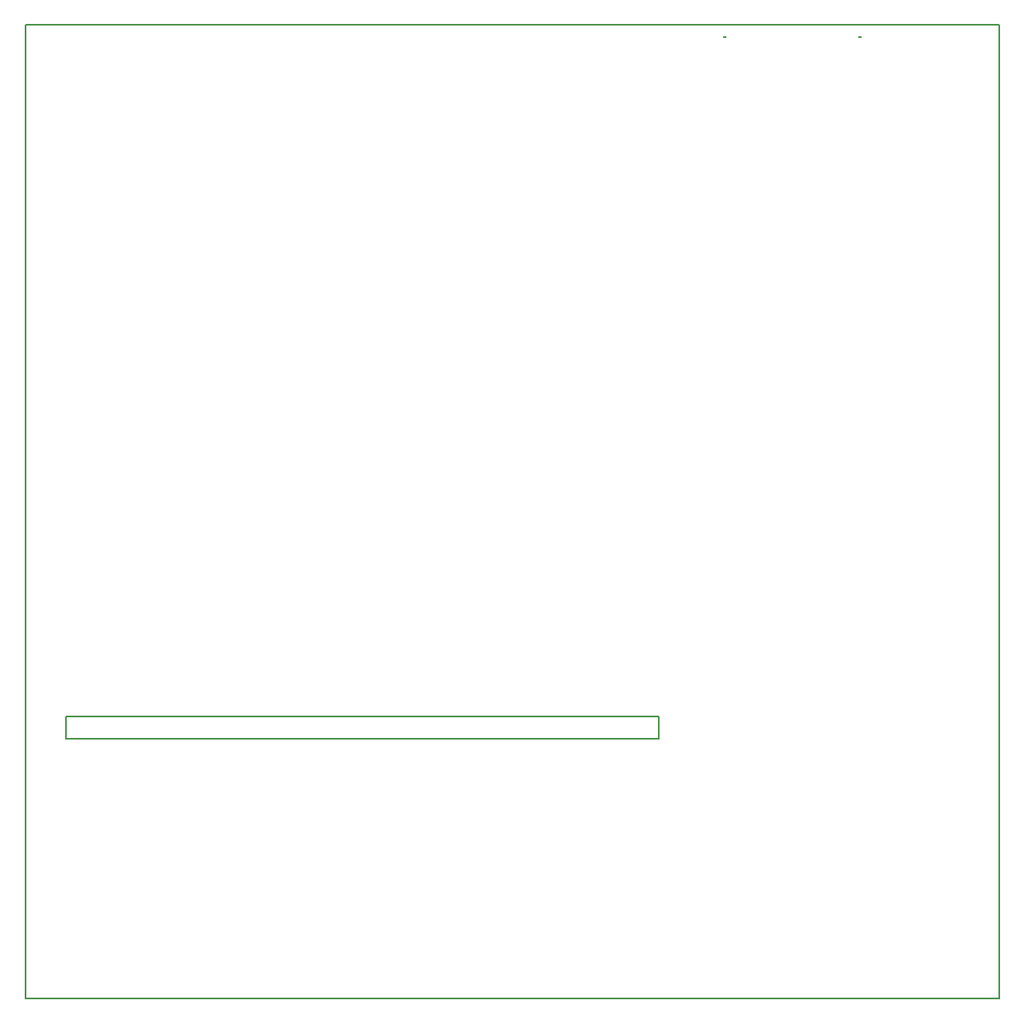
<source format=gbr>
G04 PROTEUS RS274X GERBER FILE*
%FSLAX45Y45*%
%MOMM*%
G01*
%ADD72R,0.300000X0.200000*%
%ADD73C,0.203200*%
%TD.AperFunction*%
D72*
X+3568700Y+4871720D03*
X+2178700Y+4871720D03*
D73*
X-5000000Y-5000000D02*
X+5000000Y-5000000D01*
X+5000000Y+5000000D01*
X-5000000Y+5000000D01*
X-5000000Y-5000000D01*
X-4587400Y-2331860D02*
X+1503520Y-2331860D01*
X+1503520Y-2105800D01*
X-4587400Y-2105800D01*
X-4587400Y-2331860D01*
M02*

</source>
